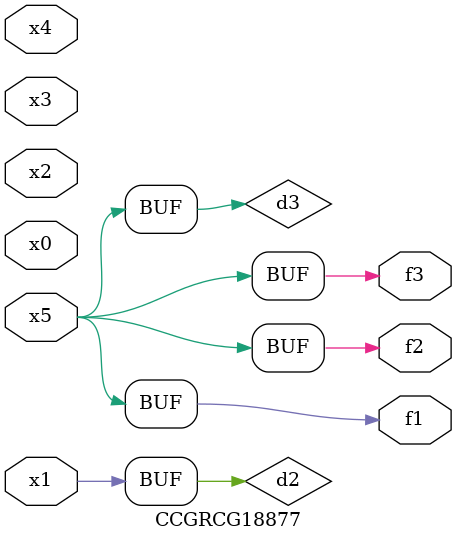
<source format=v>
module CCGRCG18877(
	input x0, x1, x2, x3, x4, x5,
	output f1, f2, f3
);

	wire d1, d2, d3;

	not (d1, x5);
	or (d2, x1);
	xnor (d3, d1);
	assign f1 = d3;
	assign f2 = d3;
	assign f3 = d3;
endmodule

</source>
